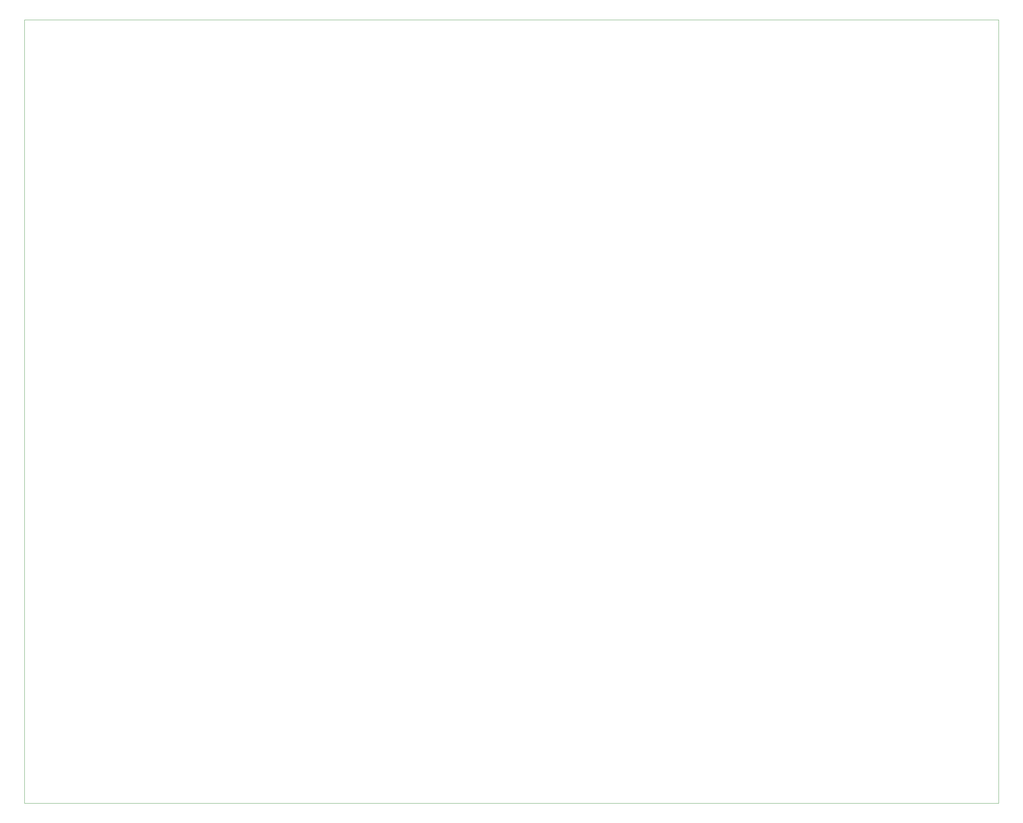
<source format=gm1>
G04 #@! TF.GenerationSoftware,KiCad,Pcbnew,9.0.2*
G04 #@! TF.CreationDate,2025-07-01T19:52:47+02:00*
G04 #@! TF.ProjectId,CPU_X-3,4350555f-582d-4332-9e6b-696361645f70,3*
G04 #@! TF.SameCoordinates,Original*
G04 #@! TF.FileFunction,Profile,NP*
%FSLAX46Y46*%
G04 Gerber Fmt 4.6, Leading zero omitted, Abs format (unit mm)*
G04 Created by KiCad (PCBNEW 9.0.2) date 2025-07-01 19:52:47*
%MOMM*%
%LPD*%
G01*
G04 APERTURE LIST*
G04 #@! TA.AperFunction,Profile*
%ADD10C,0.100000*%
G04 #@! TD*
G04 APERTURE END LIST*
D10*
X25400000Y-25400000D02*
X275386800Y-25400000D01*
X275386800Y-226380800D01*
X25400000Y-226380800D01*
X25400000Y-25400000D01*
M02*

</source>
